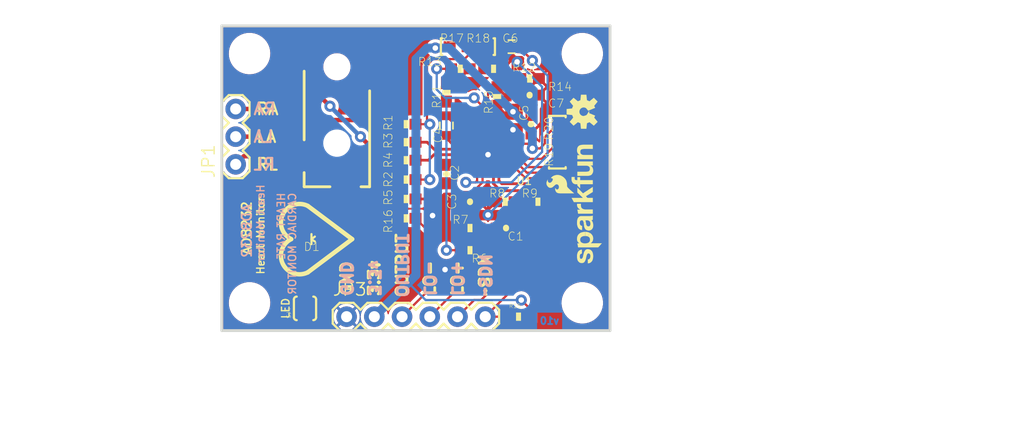
<source format=kicad_pcb>
(kicad_pcb (version 20221018) (generator pcbnew)
  (layers (0 "F.Cu" signal) (31 "B.Cu" signal) (34 "B.Paste" user) (35 "F.Paste" user) (36 "B.SilkS" user "B.Silkscreen") (37 "F.SilkS" user "F.Silkscreen") (38 "B.Mask" user) (39 "F.Mask" user) (44 "Edge.Cuts" user))
  (net 0 "")
  (net 1 "GND")
  (net 2 "N$1")
  (net 3 "N$2")
  (net 4 "N$3")
  (net 5 "N$4")
  (net 6 "N$5")
  (net 7 "N$7")
  (net 8 "SIGNAL_OUT")
  (net 9 "REFOUT")
  (net 10 "LA")
  (net 11 "RA")
  (net 12 "N$13")
  (net 13 "N$14")
  (net 14 "N$16")
  (net 15 "N$17")
  (net 16 "N$9")
  (net 17 "N$18")
  (net 18 "N$8")
  (net 19 "3.3V")
  (net 20 "LO+")
  (net 21 "LO-")
  (net 22 "N$20")
  (net 23 "RL")
  (net 24 "SDN")
  (net 25 "N$6")
  (net 26 "N$10")
  (net 27 "N$11")
  (footprint "working:1X06" (layer "F.Cu") (at 142.1511 117.7036)
    (fp_text reference "JP3" (at -1.3462 -1.8288) (layer "F.SilkS") (effects (font (size 1.143 1.143) (thickness 0.127)) (justify left bottom)))
    (fp_text value "")
    (pad "1" thru_hole circle (at 0 0 90) (size 1.8796 1.8796) (drill 1.016) (layers "*.Cu" "*.Mask") (net 1 "GND"))
    (pad "2" thru_hole circle (at 2.54 0 90) (size 1.8796 1.8796) (drill 1.016) (layers "*.Cu" "*.Mask") (net 19 "3.3V"))
    (pad "3" thru_hole circle (at 5.08 0 90) (size 1.8796 1.8796) (drill 1.016) (layers "*.Cu" "*.Mask") (net 8 "SIGNAL_OUT"))
    (pad "4" thru_hole circle (at 7.62 0 90) (size 1.8796 1.8796) (drill 1.016) (layers "*.Cu" "*.Mask") (net 21 "LO-"))
    (pad "5" thru_hole circle (at 10.16 0 90) (size 1.8796 1.8796) (drill 1.016) (layers "*.Cu" "*.Mask") (net 20 "LO+"))
    (pad "6" thru_hole circle (at 12.7 0 90) (size 1.8796 1.8796) (drill 1.016) (layers "*.Cu" "*.Mask") (net 24 "SDN"))
  )
  (footprint "working:0603-CAP" (layer "F.Cu") (at 156.7561 109.5756 180)
    (fp_text reference "C1" (at -1.651 -0.762) (layer "F.SilkS") (effects (font (size 0.756717 0.756717) (thickness 0.056083)) (justify right)))
    (fp_text value "1.5nF")
    (pad "1" smd rect (at -0.85 0 180) (size 1.1 1) (layers "F.Cu" "F.Paste" "F.Mask") (net 8 "SIGNAL_OUT"))
    (pad "2" smd rect (at 0.85 0 180) (size 1.1 1) (layers "F.Cu" "F.Paste" "F.Mask") (net 16 "N$9"))
  )
  (footprint "working:STAND-OFF" (layer "F.Cu") (at 133.2611 93.5736)
    (fp_text reference "STANDOFF1" hide)
    (fp_text value "STAND-OFF" hide)
    (pad "" np_thru_hole circle (at 0 0) (size 3.302 3.302) (drill 3.302) (layers "*.Cu" "*.Mask"))
  )
  (footprint "working:SFE_LOGO_NAME_FLAME_.1" (layer "F.Cu") (at 165.6461 113.2586 90)
    (fp_text reference "LOGO2" hide)
    (fp_text value "SFE_LOGO_NAME_FLAME.1_INCH" hide)
  )
  (footprint "working:LFCSP_20" (layer "F.Cu") (at 155.1051 102.8446)
    (fp_text reference "U1" (at 2.54 2.413) (layer "F.SilkS") (effects (font (size 0.715264 0.715264) (thickness 0.097536)) (justify left)))
    (fp_text value "AD8232")
    (pad "1" smd rect (at -1.85 -1 270) (size 0.25 0.5) (layers "F.Cu" "F.Paste" "F.Mask") (net 12 "N$13"))
    (pad "2" smd rect (at -1.85 -0.5 270) (size 0.25 0.5) (layers "F.Cu" "F.Paste" "F.Mask") (net 2 "N$1"))
    (pad "3" smd rect (at -1.85 0 270) (size 0.25 0.5) (layers "F.Cu" "F.Paste" "F.Mask") (net 3 "N$2"))
    (pad "4" smd rect (at -1.85 0.5 270) (size 0.25 0.5) (layers "F.Cu" "F.Paste" "F.Mask") (net 15 "N$17"))
    (pad "5" smd rect (at -1.85 1 270) (size 0.25 0.5) (layers "F.Cu" "F.Paste" "F.Mask") (net 17 "N$18"))
    (pad "6" smd rect (at -1 1.85) (size 0.25 0.5) (layers "F.Cu" "F.Paste" "F.Mask") (net 14 "N$16"))
    (pad "7" smd rect (at -0.5 1.85) (size 0.25 0.5) (layers "F.Cu" "F.Paste" "F.Mask") (net 4 "N$3"))
    (pad "8" smd rect (at 0 1.85) (size 0.25 0.5) (layers "F.Cu" "F.Paste" "F.Mask") (net 9 "REFOUT"))
    (pad "9" smd rect (at 0.5 1.85) (size 0.25 0.5) (layers "F.Cu" "F.Paste" "F.Mask") (net 7 "N$7"))
    (pad "10" smd rect (at 1 1.85) (size 0.25 0.5) (layers "F.Cu" "F.Paste" "F.Mask") (net 8 "SIGNAL_OUT"))
    (pad "11" smd rect (at 1.85 1 90) (size 0.25 0.5) (layers "F.Cu" "F.Paste" "F.Mask") (net 21 "LO-"))
    (pad "12" smd rect (at 1.85 0.5 90) (size 0.25 0.5) (layers "F.Cu" "F.Paste" "F.Mask") (net 20 "LO+"))
    (pad "13" smd rect (at 1.85 0 90) (size 0.25 0.5) (layers "F.Cu" "F.Paste" "F.Mask") (net 24 "SDN"))
    (pad "14" smd rect (at 1.85 -0.5 90) (size 0.25 0.5) (layers "F.Cu" "F.Paste" "F.Mask") (net 27 "N$11"))
    (pad "15" smd rect (at 1.85 -1 90) (size 0.25 0.5) (layers "F.Cu" "F.Paste" "F.Mask") (net 19 "3.3V"))
    (pad "16" smd rect (at 1 -1.85 180) (size 0.25 0.5) (layers "F.Cu" "F.Paste" "F.Mask") (net 1 "GND"))
    (pad "17" smd rect (at 0.5 -1.85 180) (size 0.25 0.5) (layers "F.Cu" "F.Paste" "F.Mask") (net 19 "3.3V"))
    (pad "18" smd rect (at 0 -1.85 180) (size 0.25 0.5) (layers "F.Cu" "F.Paste" "F.Mask") (net 6 "N$5"))
    (pad "19" smd rect (at -0.5 -1.85 180) (size 0.25 0.5) (layers "F.Cu" "F.Paste" "F.Mask") (net 18 "N$8"))
    (pad "20" smd rect (at -1 -1.85 180) (size 0.25 0.5) (layers "F.Cu" "F.Paste" "F.Mask") (net 5 "N$4"))
    (pad "PAD" smd roundrect (at 0 0) (size 2.5 2.5) (layers "F.Cu" "F.Mask") (roundrect_rratio 0.05) (net 1 "GND"))
  )
  (footprint "working:CREATIVE_COMMONS" (layer "F.Cu") (at 130.7211 127.8636)
    (fp_text reference "FRAME1" hide)
    (fp_text value "FRAME-LETTER" hide)
  )
  (footprint "working:0603-CAP" (layer "F.Cu") (at 158.9151 97.3836)
    (fp_text reference "C7" (at 1.651 0.762) (layer "F.SilkS") (effects (font (size 0.756717 0.756717) (thickness 0.056083)) (justify left)))
    (fp_text value "0.1uf")
    (pad "1" smd rect (at -0.85 0) (size 1.1 1) (layers "F.Cu" "F.Paste" "F.Mask") (net 6 "N$5"))
    (pad "2" smd rect (at 0.85 0) (size 1.1 1) (layers "F.Cu" "F.Paste" "F.Mask") (net 1 "GND"))
  )
  (footprint "working:0603-RES" (layer "F.Cu") (at 147.6121 105.1306)
    (fp_text reference "R2" (at -1.651 0.762 90) (layer "F.SilkS") (effects (font (size 0.756717 0.756717) (thickness 0.056083)) (justify left)))
    (fp_text value "10M")
    (pad "1" smd rect (at -0.85 0) (size 1.1 1) (layers "F.Cu" "F.Paste" "F.Mask") (net 11 "RA"))
    (pad "2" smd rect (at 0.85 0) (size 1.1 1) (layers "F.Cu" "F.Paste" "F.Mask") (net 22 "N$20"))
  )
  (footprint "working:STAND-OFF" (layer "F.Cu") (at 133.2611 116.4336)
    (fp_text reference "STANDOFF4" hide)
    (fp_text value "STAND-OFF" hide)
    (pad "" np_thru_hole circle (at 0 0) (size 3.302 3.302) (drill 3.302) (layers "*.Cu" "*.Mask"))
  )
  (footprint "working:0603-RES" (layer "F.Cu") (at 152.5651 94.9706)
    (fp_text reference "R13" (at -1.651 -0.635) (layer "F.SilkS") (effects (font (size 0.756717 0.756717) (thickness 0.056083)) (justify right)))
    (fp_text value "10M")
    (pad "1" smd rect (at -0.85 0) (size 1.1 1) (layers "F.Cu" "F.Paste" "F.Mask") (net 18 "N$8"))
    (pad "2" smd rect (at 0.85 0) (size 1.1 1) (layers "F.Cu" "F.Paste" "F.Mask") (net 13 "N$14"))
  )
  (footprint "working:0603-RES" (layer "F.Cu") (at 147.6121 100.0506)
    (fp_text reference "R1" (at -1.651 0.635 90) (layer "F.SilkS") (effects (font (size 0.756717 0.756717) (thickness 0.056083)) (justify left)))
    (fp_text value "10M")
    (pad "1" smd rect (at -0.85 0) (size 1.1 1) (layers "F.Cu" "F.Paste" "F.Mask") (net 10 "LA"))
    (pad "2" smd rect (at 0.85 0) (size 1.1 1) (layers "F.Cu" "F.Paste" "F.Mask") (net 22 "N$20"))
  )
  (footprint "working:0603-RES" (layer "F.Cu") (at 153.4541 111.6076 180)
    (fp_text reference "R6" (at -1.651 -0.762) (layer "F.SilkS") (effects (font (size 0.756717 0.756717) (thickness 0.056083)) (justify right)))
    (fp_text value "1M")
    (pad "1" smd rect (at -0.85 0 180) (size 1.1 1) (layers "F.Cu" "F.Paste" "F.Mask") (net 16 "N$9"))
    (pad "2" smd rect (at 0.85 0 180) (size 1.1 1) (layers "F.Cu" "F.Paste" "F.Mask") (net 18 "N$8"))
  )
  (footprint "working:0603-RES" (layer "F.Cu") (at 158.9151 95.8596 180)
    (fp_text reference "R14" (at -1.651 -0.762) (layer "F.SilkS") (effects (font (size 0.756717 0.756717) (thickness 0.056083)) (justify left)))
    (fp_text value "10M")
    (pad "1" smd rect (at -0.85 0 180) (size 1.1 1) (layers "F.Cu" "F.Paste" "F.Mask") (net 1 "GND"))
    (pad "2" smd rect (at 0.85 0 180) (size 1.1 1) (layers "F.Cu" "F.Paste" "F.Mask") (net 6 "N$5"))
  )
  (footprint "working:FIDUCIAL-1X2" (layer "F.Cu") (at 135.8011 96.1136)
    (fp_text reference "FID1" hide)
    (fp_text value "FIDUCIAL1X2" hide)
    (pad "1" smd roundrect (at 0 0) (size 1 1) (layers "F.Cu" "F.Mask") (roundrect_rratio 0.5))
  )
  (footprint "working:0603-RES" (layer "F.Cu") (at 147.6121 101.7016)
    (fp_text reference "R3" (at -1.651 0.635 90) (layer "F.SilkS") (effects (font (size 0.756717 0.756717) (thickness 0.056083)) (justify left)))
    (fp_text value "180k")
    (pad "1" smd rect (at -0.85 0) (size 1.1 1) (layers "F.Cu" "F.Paste" "F.Mask") (net 10 "LA"))
    (pad "2" smd rect (at 0.85 0) (size 1.1 1) (layers "F.Cu" "F.Paste" "F.Mask") (net 2 "N$1"))
  )
  (footprint "working:SJ_2S-TRACE" (layer "F.Cu") (at 138.3411 116.9416 90)
    (fp_text reference "SJ4" (at -0.9525 -1.27 90) (layer "F.SilkS") (effects (font (size 0.373888 0.373888) (thickness 0.032512)) (justify left bottom)))
    (fp_text value "LED DISABLE")
    (fp_line (start -0.381 0) (end 0.381 0) (stroke (width 0.2032)) (layer "F.Cu"))
    (pad "1" smd rect (at -0.508 0 90) (size 0.635 1.27) (layers "F.Cu" "F.Mask") (net 1 "GND"))
    (pad "2" smd rect (at 0.508 0 90) (size 0.635 1.27) (layers "F.Cu" "F.Mask") (net 26 "N$10"))
  )
  (footprint "working:0603-RES" (layer "F.Cu") (at 153.4541 109.5756 180)
    (fp_text reference "R7" (at 1.651 0.762) (layer "F.SilkS") (effects (font (size 0.756717 0.756717) (thickness 0.056083)) (justify left)))
    (fp_text value "1M")
    (pad "1" smd rect (at -0.85 0 180) (size 1.1 1) (layers "F.Cu" "F.Paste" "F.Mask") (net 16 "N$9"))
    (pad "2" smd rect (at 0.85 0 180) (size 1.1 1) (layers "F.Cu" "F.Paste" "F.Mask") (net 4 "N$3"))
  )
  (footprint "working:0603-RES" (layer "F.Cu") (at 157.8991 117.7036)
    (fp_text reference "R15" (at -0.889 -0.762) (layer "F.SilkS") (effects (font (size 0.373888 0.373888) (thickness 0.032512)) (justify left bottom)))
    (fp_text value "10K")
    (pad "1" smd rect (at -0.85 0) (size 1.1 1) (layers "F.Cu" "F.Paste" "F.Mask") (net 24 "SDN"))
    (pad "2" smd rect (at 0.85 0) (size 1.1 1) (layers "F.Cu" "F.Paste" "F.Mask") (net 19 "3.3V"))
  )
  (footprint "working:0603-RES" (layer "F.Cu") (at 147.6121 106.9086 180)
    (fp_text reference "R5" (at 1.651 -0.635 90) (layer "F.SilkS") (effects (font (size 0.756717 0.756717) (thickness 0.056083)) (justify left)))
    (fp_text value "360k")
    (pad "1" smd rect (at -0.85 0 180) (size 1.1 1) (layers "F.Cu" "F.Paste" "F.Mask") (net 17 "N$18"))
    (pad "2" smd rect (at 0.85 0 180) (size 1.1 1) (layers "F.Cu" "F.Paste" "F.Mask") (net 23 "RL"))
  )
  (footprint "working:0603-RES" (layer "F.Cu") (at 147.6121 103.3526)
    (fp_text reference "R4" (at -1.651 0.762 90) (layer "F.SilkS") (effects (font (size 0.756717 0.756717) (thickness 0.056083)) (justify left)))
    (fp_text value "180k")
    (pad "1" smd rect (at -0.85 0) (size 1.1 1) (layers "F.Cu" "F.Paste" "F.Mask") (net 11 "RA"))
    (pad "2" smd rect (at 0.85 0) (size 1.1 1) (layers "F.Cu" "F.Paste" "F.Mask") (net 3 "N$2"))
  )
  (footprint "working:0603" (layer "F.Cu") (at 154.0891 92.9386)
    (fp_text reference "R18" (at -1.016 -0.762) (layer "F.SilkS") (effects (font (size 0.756717 0.756717) (thickness 0.056083)) (justify left)))
    (fp_text value "DNP")
    (pad "1" smd rect (at -0.85 0) (size 1.1 1) (layers "F.Cu" "F.Paste" "F.Mask") (net 22 "N$20"))
    (pad "2" smd rect (at 0.85 0) (size 1.1 1) (layers "F.Cu" "F.Paste" "F.Mask") (net 14 "N$16"))
  )
  (footprint "working:0603-RES" (layer "F.Cu") (at 156.6926 107.1626 180)
    (fp_text reference "R8" (at 1.524 0.762) (layer "F.SilkS") (effects (font (size 0.756717 0.756717) (thickness 0.056083)) (justify left)))
    (fp_text value "100k")
    (pad "1" smd rect (at -0.85 0 180) (size 1.1 1) (layers "F.Cu" "F.Paste" "F.Mask") (net 7 "N$7"))
    (pad "2" smd rect (at 0.85 0 180) (size 1.1 1) (layers "F.Cu" "F.Paste" "F.Mask") (net 9 "REFOUT"))
  )
  (footprint "working:0805" (layer "F.Cu") (at 151.2951 100.1776 90)
    (fp_text reference "C4" (at -1.651 -0.762 90) (layer "F.SilkS") (effects (font (size 0.756717 0.756717) (thickness 0.056083)) (justify left)))
    (fp_text value "0.33uF")
    (pad "1" smd rect (at -0.9 0 90) (size 0.8 1.2) (layers "F.Cu" "F.Paste" "F.Mask") (net 12 "N$13"))
    (pad "2" smd rect (at 0.9 0 90) (size 0.8 1.2) (layers "F.Cu" "F.Paste" "F.Mask") (net 5 "N$4"))
  )
  (footprint "working:0603-RES" (layer "F.Cu") (at 159.6771 107.1626 180)
    (fp_text reference "R9" (at 1.524 0.762) (layer "F.SilkS") (effects (font (size 0.756717 0.756717) (thickness 0.056083)) (justify left)))
    (fp_text value "1M")
    (pad "1" smd rect (at -0.85 0 180) (size 1.1 1) (layers "F.Cu" "F.Paste" "F.Mask") (net 8 "SIGNAL_OUT"))
    (pad "2" smd rect (at 0.85 0 180) (size 1.1 1) (layers "F.Cu" "F.Paste" "F.Mask") (net 7 "N$7"))
  )
  (footprint "working:LED-0603" (layer "F.Cu") (at 139.1031 110.5916 90)
    (fp_text reference "D1" (at -0.6985 0.635) (layer "F.SilkS") (effects (font (size 0.756717 0.756717) (thickness 0.056083)) (justify right)))
    (fp_text value "RED")
    (pad "A" smd rect (at 0 0.75 90) (size 0.8 0.8) (layers "F.Cu" "F.Paste" "F.Mask") (net 25 "N$6"))
    (pad "C" smd rect (at 0 -0.75 90) (size 0.8 0.8) (layers "F.Cu" "F.Paste" "F.Mask") (net 26 "N$10"))
  )
  (footprint "working:0603-RES" (layer "F.Cu") (at 147.6121 108.6866)
    (fp_text reference "R16" (at -1.651 1.397 90) (layer "F.SilkS") (effects (font (size 0.756717 0.756717) (thickness 0.056083)) (justify left)))
    (fp_text value "1k")
    (pad "1" smd rect (at -0.85 0) (size 1.1 1) (layers "F.Cu" "F.Paste" "F.Mask") (net 25 "N$6"))
    (pad "2" smd rect (at 0.85 0) (size 1.1 1) (layers "F.Cu" "F.Paste" "F.Mask") (net 8 "SIGNAL_OUT"))
  )
  (footprint "working:0603-RES" (layer "F.Cu") (at 151.2951 97.1296 90)
    (fp_text reference "R11" (at -1.524 -0.889 90) (layer "F.SilkS") (effects (font (size 0.756717 0.756717) (thickness 0.056083)) (justify left)))
    (fp_text value "10M")
    (pad "1" smd rect (at -0.85 0 90) (size 1.1 1) (layers "F.Cu" "F.Paste" "F.Mask") (net 5 "N$4"))
    (pad "2" smd rect (at 0.85 0 90) (size 1.1 1) (layers "F.Cu" "F.Paste" "F.Mask") (net 13 "N$14"))
  )
  (footprint "working:0805" (layer "F.Cu") (at 157.2641 92.9386)
    (fp_text reference "C6" (at -0.889 -0.762) (layer "F.SilkS") (effects (font (size 0.756717 0.756717) (thickness 0.056083)) (justify left)))
    (fp_text value "0.33uF")
    (pad "1" smd rect (at -0.9 0) (size 0.8 1.2) (layers "F.Cu" "F.Paste" "F.Mask") (net 14 "N$16"))
    (pad "2" smd rect (at 0.9 0) (size 0.8 1.2) (layers "F.Cu" "F.Paste" "F.Mask") (net 9 "REFOUT"))
  )
  (footprint "working:0603-CAP" (layer "F.Cu") (at 153.4541 107.1626 180)
    (fp_text reference "C3" (at 1.651 -0.762 90) (layer "F.SilkS") (effects (font (size 0.756717 0.756717) (thickness 0.056083)) (justify left)))
    (fp_text value "10nF")
    (pad "1" smd rect (at -0.85 0 180) (size 1.1 1) (layers "F.Cu" "F.Paste" "F.Mask") (net 9 "REFOUT"))
    (pad "2" smd rect (at 0.85 0 180) (size 1.1 1) (layers "F.Cu" "F.Paste" "F.Mask") (net 4 "N$3"))
  )
  (footprint "working:OSHW-LOGO-S" (layer "F.Cu") (at 163.8681 98.9076 90)
    (fp_text reference "LOGO1" hide)
    (fp_text value "OSHW-LOGOS" hide)
  )
  (footprint "working:0603-RES" (layer "F.Cu") (at 155.9306 97.5106 90)
    (fp_text reference "R10" (at -1.651 -0.762 90) (layer "F.SilkS") (effects (font (size 0.756717 0.756717) (thickness 0.056083)) (justify left)))
    (fp_text value "10M")
    (pad "1" smd rect (at -0.85 0 90) (size 1.1 1) (layers "F.Cu" "F.Paste" "F.Mask") (net 19 "3.3V"))
    (pad "2" smd rect (at 0.85 0 90) (size 1.1 1) (layers "F.Cu" "F.Paste" "F.Mask") (net 6 "N$5"))
  )
  (footprint "working:0603-CAP" (layer "F.Cu") (at 159.0421 100.0506 -90)
    (fp_text reference "C5" (at -0.254 0.635 90) (layer "F.SilkS") (effects (font (size 0.756717 0.756717) (thickness 0.056083)) (justify left)))
    (fp_text value "0.1uF")
    (pad "1" smd rect (at -0.85 0 270) (size 1.1 1) (layers "F.Cu" "F.Paste" "F.Mask") (net 19 "3.3V"))
    (pad "2" smd rect (at 0.85 0 270) (size 1.1 1) (layers "F.Cu" "F.Paste" "F.Mask") (net 1 "GND"))
  )
  (footprint "working:AUDIO-JACK-3.5MM-SMD" (layer "F.Cu") (at 141.2621 91.2876 -90)
    (fp_text reference "JP2" hide)
    (fp_text value "" hide)
    (pad "" np_thru_hole circle (at 3.5 0 270) (size 2 2) (drill 2) (layers "*.Cu" "*.Mask"))
    (pad "" np_thru_hole circle (at 10.5 0 270) (size 2 2) (drill 2) (layers "*.Cu" "*.Mask"))
    (pad "RING" smd rect (at 4.3 -3.45 270) (size 2 2.5) (layers "F.Cu" "F.Paste" "F.Mask") (net 10 "LA"))
    (pad "RSH" smd rect (at 1.5 -3.45 90) (size 1.2 2.5) (layers "F.Cu" "F.Paste" "F.Mask"))
    (pad "SLEEVE" smd rect (at 2.4 3.45 270) (size 2 2.5) (layers "F.Cu" "F.Paste" "F.Mask") (net 11 "RA"))
    (pad "TIP" smd rect (at 11.7 3.45 270) (size 2 2.5) (layers "F.Cu" "F.Paste" "F.Mask") (net 23 "RL"))
    (pad "TSH" smd rect (at 15.75 -0.75) (size 2 2.5) (layers "F.Cu" "F.Paste" "F.Mask"))
  )
  (footprint "working:0603-RES" (layer "F.Cu") (at 155.6131 94.9706)
    (fp_text reference "R12" (at 1.651 -0.127) (layer "F.SilkS") (effects (font (size 0.756717 0.756717) (thickness 0.056083)) (justify left)))
    (fp_text value "1.4M")
    (pad "1" smd rect (at -0.85 0) (size 1.1 1) (layers "F.Cu" "F.Paste" "F.Mask") (net 13 "N$14"))
    (pad "2" smd rect (at 0.85 0) (size 1.1 1) (layers "F.Cu" "F.Paste" "F.Mask") (net 14 "N$16"))
  )
  (footprint "working:0603" (layer "F.Cu") (at 152.4381 92.9386)
    (fp_text reference "R17" (at -1.778 -0.762) (layer "F.SilkS") (effects (font (size 0.756717 0.756717) (thickness 0.056083)) (justify left)))
    (fp_text value "0")
    (pad "1" smd rect (at -0.85 0) (size 1.1 1) (layers "F.Cu" "F.Paste" "F.Mask") (net 19 "3.3V"))
    (pad "2" smd rect (at 0.85 0) (size 1.1 1) (layers "F.Cu" "F.Paste" "F.Mask") (net 22 "N$20"))
  )
  (footprint "working:STAND-OFF" (layer "F.Cu") (at 163.7411 116.4336)
    (fp_text reference "STANDOFF3" hide)
    (fp_text value "STAND-OFF" hide)
    (pad "" np_thru_hole circle (at 0 0) (size 3.302 3.302) (drill 3.302) (layers "*.Cu" "*.Mask"))
  )
  (footprint "working:0603-CAP" (layer "F.Cu") (at 151.2951 104.6226 -90)
    (fp_text reference "C2" (at -0.889 -0.762 90) (layer "F.SilkS") (effects (font (size 0.756717 0.756717) (thickness 0.056083)) (justify right)))
    (fp_text value "1nF")
    (pad "1" smd rect (at -0.85 0 270) (size 1.1 1) (layers "F.Cu" "F.Paste" "F.Mask") (net 15 "N$17"))
    (pad "2" smd rect (at 0.85 0 270) (size 1.1 1) (layers "F.Cu" "F.Paste" "F.Mask") (net 17 "N$18"))
  )
  (footprint "working:0603" (layer "F.Cu") (at 161.4551 102.4636 90)
    (fp_text reference "R19" (at -1.524 -0.762 90) (layer "F.SilkS") (effects (font (size 0.756717 0.756717) (thickness 0.056083)) (justify left)))
    (fp_text value "0")
    (pad "1" smd rect (at -0.85 0 90) (size 1.1 1) (layers "F.Cu" "F.Paste" "F.Mask") (net 1 "GND"))
    (pad "2" smd rect (at 0.85 0 90) (size 1.1 1) (layers "F.Cu" "F.Paste" "F.Mask") (net 27 "N$11"))
  )
  (footprint "working:FIDUCIAL-1X2" (layer "F.Cu") (at 161.2011 113.8936)
    (fp_text reference "FID2" hide)
    (fp_text value "FIDUCIAL1X2" hide)
    (pad "1" smd roundrect (at 0 0) (size 1 1) (layers "F.Cu" "F.Mask") (roundrect_rratio 0.5))
  )
  (footprint "working:1X03" (layer "F.Cu") (at 131.9911 103.7336 90)
    (fp_text reference "JP1" (at -1.3462 -1.8288 90) (layer "F.SilkS") (effects (font (size 1.143 1.143) (thickness 0.127)) (justify left bottom)))
    (fp_text value "")
    (pad "1" thru_hole circle (at 0 0 180) (size 1.8796 1.8796) (drill 1.016) (layers "*.Cu" "*.Mask") (net 23 "RL"))
    (pad "2" thru_hole circle (at 2.54 0 180) (size 1.8796 1.8796) (drill 1.016) (layers "*.Cu" "*.Mask") (net 10 "LA"))
    (pad "3" thru_hole circle (at 5.08 0 180) (size 1.8796 1.8796) (drill 1.016) (layers "*.Cu" "*.Mask") (net 11 "RA"))
  )
  (footprint "working:0603" (layer "F.Cu") (at 161.4551 100.9396 90)
    (fp_text reference "R20" (at -0.635 -0.762 90) (layer "F.SilkS") (effects (font (size 0.756717 0.756717) (thickness 0.056083)) (justify left)))
    (fp_text value "DNP")
    (pad "1" smd rect (at -0.85 0 90) (size 1.1 1) (layers "F.Cu" "F.Paste" "F.Mask") (net 27 "N$11"))
    (pad "2" smd rect (at 0.85 0 90) (size 1.1 1) (layers "F.Cu" "F.Paste" "F.Mask") (net 19 "3.3V"))
  )
  (footprint "working:STAND-OFF" (layer "F.Cu") (at 163.7411 93.5736)
    (fp_text reference "STANDOFF2" hide)
    (fp_text value "STAND-OFF" hide)
    (pad "" np_thru_hole circle (at 0 0) (size 3.302 3.302) (drill 3.302) (layers "*.Cu" "*.Mask"))
  )
  (gr_line (start 160.6931 99.2886) (end 162.2171 99.2886) (stroke (width 0.2032)) (layer "F.SilkS"))
  (gr_line (start 150.7871 93.7006) (end 150.9141 93.7006) (stroke (width 0.2032)) (layer "F.SilkS"))
  (gr_line (start 150.7871 92.1766) (end 150.9141 92.1766) (stroke (width 0.2032)) (layer "F.SilkS"))
  (gr_line (start 162.2171 99.2886) (end 162.2171 99.4156) (stroke (width 0.2032)) (layer "F.SilkS"))
  (gr_line (start 142.6591 110.5916) (end 138.5951 107.5436) (stroke (width 0.4064)) (layer "F.SilkS"))
  (gr_line (start 138.5951 113.6396) (end 142.6591 110.5916) (stroke (width 0.4064)) (layer "F.SilkS"))
  (gr_line (start 160.6931 99.4156) (end 160.6931 99.2886) (stroke (width 0.2032)) (layer "F.SilkS"))
  (gr_line (start 155.7401 92.1766) (end 155.7401 93.7006) (stroke (width 0.2032)) (layer "F.SilkS"))
  (gr_line (start 155.6131 92.1766) (end 155.7401 92.1766) (stroke (width 0.2032)) (layer "F.SilkS"))
  (gr_line (start 160.6931 104.1146) (end 160.6931 103.9876) (stroke (width 0.2032)) (layer "F.SilkS"))
  (gr_line (start 150.7871 92.1766) (end 150.7871 93.7006) (stroke (width 0.2032)) (layer "F.SilkS"))
  (gr_arc (start 138.5951 113.6396) (mid 136.3091 112.8776) (end 137.0711 110.5916) (stroke (width 0.4064)) (layer "F.SilkS"))
  (gr_arc (start 137.0711 110.5916) (mid 136.3091 108.3056) (end 138.5951 107.5436) (stroke (width 0.4064)) (layer "F.SilkS"))
  (gr_line (start 155.7401 93.7006) (end 155.6131 93.7006) (stroke (width 0.2032)) (layer "F.SilkS"))
  (gr_line (start 162.2171 103.9876) (end 162.2171 104.1146) (stroke (width 0.2032)) (layer "F.SilkS"))
  (gr_line (start 162.2171 104.1146) (end 160.6931 104.1146) (stroke (width 0.2032)) (layer "F.SilkS"))
  (gr_line (start 130.7211 118.9736) (end 166.2811 118.9736) (stroke (width 0.254)) (layer "Edge.Cuts"))
  (gr_line (start 130.7211 91.0336) (end 130.7211 118.9736) (stroke (width 0.254)) (layer "Edge.Cuts"))
  (gr_line (start 166.2811 91.0336) (end 130.7211 91.0336) (stroke (width 0.254)) (layer "Edge.Cuts"))
  (gr_line (start 166.2811 118.9736) (end 166.2811 91.0336) (stroke (width 0.254)) (layer "Edge.Cuts"))
  (gr_text "v10" (at 161.7091 118.0846) (layer "B.Cu") (effects (font (size 0.65024 0.65024) (thickness 0.16256)) (justify left mirror)))
  (gr_text "RA" (at 133.5151 98.6536) (layer "B.SilkS") (effects (font (size 1.0795 1.0795) (thickness 0.1905)) (justify right mirror)))
  (gr_text "HEART RATE" (at 136.5631 106.2736 -270) (layer "B.SilkS") (effects (font (size 0.69088 0.69088) (thickness 0.12192)) (justify left bottom mirror)))
  (gr_text "GND" (at 142.1511 115.9256 -90) (layer "B.SilkS") (effects (font (size 1.016 1.016) (thickness 0.254)) (justify left mirror)))
  (gr_text "LO-" (at 149.7711 115.9256 -90) (layer "B.SilkS") (effects (font (size 1.016 1.016) (thickness 0.254)) (justify left mirror)))
  (gr_text "Heart Monitor" (at 134.2771 105.5116 -270) (layer "B.SilkS") (effects (font (size 0.69088 0.69088) (thickness 0.12192)) (justify left mirror)))
  (gr_text "3.3v" (at 144.6911 115.9256 -90) (layer "B.SilkS") (effects (font (size 1.016 1.016) (thickness 0.254)) (justify left mirror)))
  (gr_text "OUTPUT" (at 147.2311 116.0526 -90) (layer "B.SilkS") (effects (font (size 1.016 1.016) (thickness 0.254)) (justify left mirror)))
  (gr_text "~SDN" (at 154.8511 115.9256 -90) (layer "B.SilkS") (effects (font (size 1.016 1.016) (thickness 0.254)) (justify left mirror)))
  (gr_text "RL" (at 133.5151 103.7336) (layer "B.SilkS") (effects (font (size 1.0795 1.0795) (thickness 0.1905)) (justify right mirror)))
  (gr_text "LA" (at 133.5151 101.1936) (layer "B.SilkS") (effects (font (size 1.0795 1.0795) (thickness 0.1905)) (justify right mirror)))
  (gr_text "CARDIAC MONITOR" (at 137.5791 106.2736 -270) (layer "B.SilkS") (effects (font (size 0.69088 0.69088) (thickness 0.12192)) (justify left bottom mirror)))
  (gr_text "AD8232" (at 133.5151 107.2896 -270) (layer "B.SilkS") (effects (font (size 0.8636 0.8636) (thickness 0.1524)) (justify left bottom mirror)))
  (gr_text "LO+" (at 152.3111 115.9256 -90) (layer "B.SilkS") (effects (font (size 1.016 1.016) (thickness 0.254)) (justify left mirror)))
  (gr_text "GND" (at 142.1511 115.9256 90) (layer "F.SilkS") (effects (font (size 1.016 1.016) (thickness 0.254)) (justify left)))
  (gr_text "AD8232" (at 132.4991 107.0356 90) (layer "F.SilkS") (effects (font (size 0.8636 0.8636) (thickness 0.1524)) (justify right top)))
  (gr_text "OUTPUT" (at 147.2311 116.0526 90) (layer "F.SilkS") (effects (font (size 1.016 1.016) (thickness 0.254)) (justify left)))
  (gr_text "~SDN" (at 154.8511 115.9256 90) (layer "F.SilkS") (effects (font (size 1.016 1.016) (thickness 0.254)) (justify left)))
  (gr_text "LO-" (at 149.7711 115.9256 90) (layer "F.SilkS") (effects (font (size 1.016 1.016) (thickness 0.254)) (justify left)))
  (gr_text "RA" (at 133.7691 98.6536) (layer "F.SilkS") (effects (font (size 1.0795 1.0795) (thickness 0.1905)) (justify left)))
  (gr_text "LED" (at 136.5631 117.9576 90) (layer "F.SilkS") (effects (font (size 0.69088 0.69088) (thickness 0.12192)) (justify left)))
  (gr_text "RL" (at 133.7691 103.7336) (layer "F.SilkS") (effects (font (size 1.0795 1.0795) (thickness 0.1905)) (justify left)))
  (gr_text "3.3v" (at 144.6911 115.9256 90) (layer "F.SilkS") (effects (font (size 1.016 1.016) (thickness 0.254)) (justify left)))
  (gr_text "LA" (at 133.7691 101.1936) (layer "F.SilkS") (effects (font (size 1.0795 1.0795) (thickness 0.1905)) (justify left)))
  (gr_text "LO+" (at 152.3111 115.9256 90) (layer "F.SilkS") (effects (font (size 1.016 1.016) (thickness 0.254)) (justify left)))
  (gr_text "Heart Monitor" (at 134.2771 113.8936 90) (layer "F.SilkS") (effects (font (size 0.69088 0.69088) (thickness 0.12192)) (justify left)))
  (segment (start 155.6051 102.3446) (end 155.1051 102.8446) (width 0.2032) (layer "F.Cu") (net 1))
  (segment (start 156.1051 101.8446) (end 155.1051 102.8446) (width 0.2032) (layer "F.Cu") (net 1))
  (segment (start 156.1051 100.9946) (end 156.1051 101.8446) (width 0.2032) (layer "F.Cu") (net 1))
  (via (at 157.3911 100.5586) (size 1.016) (drill 0.508) (layers "F.Cu" "B.Cu") (net 1))
  (via (at 155.1051 102.8446) (size 1.016) (drill 0.508) (layers "F.Cu" "B.Cu") (net 1))
  (via (at 151.1681 113.3856) (size 1.016) (drill 0.508) (layers "F.Cu" "B.Cu") (net 1))
  (via (at 150.0251 108.4326) (size 1.016) (drill 0.508) (layers "F.Cu" "B.Cu") (net 1))
  (segment (start 150.1601 102.3446) (end 149.5171 101.7016) (width 0.254) (layer "F.Cu") (net 2))
  (segment (start 149.5171 101.7016) (end 148.4621 101.7016) (width 0.254) (layer "F.Cu") (net 2))
  (segment (start 153.2551 102.3446) (end 150.1601 102.3446) (width 0.254) (layer "F.Cu") (net 2))
  (segment (start 150.1521 102.8446) (end 149.6441 103.3526) (width 0.254) (layer "F.Cu") (net 3))
  (segment (start 153.2551 102.8446) (end 150.1521 102.8446) (width 0.254) (layer "F.Cu") (net 3))
  (segment (start 149.6441 103.3526) (end 148.4621 103.3526) (width 0.254) (layer "F.Cu") (net 3))
  (segment (start 152.6041 107.1626) (end 152.6041 106.4886) (width 0.2032) (layer "F.Cu") (net 4))
  (segment (start 153.7081 106.2736) (end 152.8191 106.2736) (width 0.2032) (layer "F.Cu") (net 4))
  (segment (start 154.6051 105.3766) (end 153.7081 106.2736) (width 0.2032) (layer "F.Cu") (net 4))
  (segment (start 154.6051 104.6946) (end 154.6051 105.3766) (width 0.2032) (layer "F.Cu") (net 4))
  (segment (start 152.8191 106.2736) (end 152.6041 106.4886) (width 0.2032) (layer "F.Cu") (net 4))
  (segment (start 155.1931 96.6606) (end 155.9306 96.6606) (width 0.2032) (layer "F.Cu") (net 6))
  (segment (start 155.1051 96.7486) (end 155.1931 96.6606) (width 0.2032) (layer "F.Cu") (net 6))
  (segment (start 155.1051 100.9946) (end 155.1051 96.7486) (width 0.2032) (layer "F.Cu") (net 6))
  (segment (start 158.8271 107.1626) (end 158.1531 107.1626) (width 0.254) (layer "F.Cu") (net 7))
  (segment (start 157.8991 106.1466) (end 158.1531 106.4006) (width 0.254) (layer "F.Cu") (net 7))
  (segment (start 155.6051 104.6946) (end 155.6051 105.5036) (width 0.254) (layer "F.Cu") (net 7))
  (segment (start 157.5426 107.1626) (end 158.1531 107.1626) (width 0.254) (layer "F.Cu") (net 7))
  (segment (start 156.2481 106.1466) (end 157.8991 106.1466) (width 0.254) (layer "F.Cu") (net 7))
  (segment (start 155.6051 105.5036) (end 156.2481 106.1466) (width 0.254) (layer "F.Cu") (net 7))
  (segment (start 158.1531 106.4006) (end 158.1531 107.1626) (width 0.254) (layer "F.Cu") (net 7))
  (segment (start 156.1051 104.6946) (end 156.1051 105.2416) (width 0.254) (layer "F.Cu") (net 8))
  (segment (start 150.0251 110.2496) (end 150.0251 115.1636) (width 0.2032) (layer "F.Cu") (net 8))
  (segment (start 157.6061 111.1386) (end 153.5811 115.1636) (width 0.2032) (layer "F.Cu") (net 8))
  (segment (start 157.6061 109.5756) (end 159.0421 109.5756) (width 0.254) (layer "F.Cu") (net 8))
  (segment (start 159.9311 105.5116) (end 160.5271 106.1076) (width 0.254) (layer "F.Cu") (net 8))
  (segment (start 148.4621 108.6866) (end 150.0251 110.2496) (width 0.2032) (layer "F.Cu") (net 8))
  (segment (start 156.1051 105.2416) (end 156.3751 105.5116) (width 0.254) (layer "F.Cu") (net 8))
  (segment (start 156.3751 105.5116) (end 159.9311 105.5116) (width 0.254) (layer "F.Cu") (net 8))
  (segment (start 160.5271 107.1626) (end 160.5271 108.0906) (width 0.254) (layer "F.Cu") (net 8))
  (segment (start 159.0421 109.5756) (end 160.5271 108.0906) (width 0.254) (layer "F.Cu") (net 8))
  (segment (start 150.0251 115.1636) (end 149.7711 115.1636) (width 0.2032) (layer "F.Cu") (net 8))
  (segment (start 160.5271 107.1626) (end 160.5271 106.1076) (width 0.254) (layer "F.Cu") (net 8))
  (segment (start 149.7711 115.1636) (end 147.2311 117.7036) (width 0.2032) (layer "F.Cu") (net 8))
  (segment (start 153.5811 115.1636) (end 150.0251 115.1636) (width 0.2032) (layer "F.Cu") (net 8))
  (segment (start 157.6061 109.5756) (end 157.6061 111.1386) (width 0.2032) (layer "F.Cu") (net 8))
  (segment (start 155.1051 108.3691) (end 155.1051 107.1626) (width 0.2032) (layer "F.Cu") (net 9))
  (segment (start 158.1531 93.1926) (end 159.1691 94.2086) (width 0.2032) (layer "F.Cu") (net 9))
  (segment (start 155.8426 107.1626) (end 155.8671 107.0356) (width 0.254) (layer "F.Cu") (net 9))
  (segment (start 158.1641 92.9386) (end 158.1531 93.1926) (width 0.2032) (layer "F.Cu") (net 9))
  (via (at 159.1691 94.2086) (size 1.016) (drill 0.508) (layers "F.Cu" "B.Cu") (net 9))
  (via (at 155.1051 108.3691) (size 1.016) (drill 0.508) (layers "F.Cu" "B.Cu") (net 9))
  (segment (start 159.1691 94.2086) (end 160.5661 95.6056) (width 0.2032) (layer "B.Cu") (net 9))
  (segment (start 160.5661 102.9081) (end 155.1051 108.3691) (width 0.2032) (layer "B.Cu") (net 9))
  (segment (start 160.5661 95.6056) (end 160.5661 102.9081) (width 0.2032) (layer "B.Cu") (net 9))
  (segment (start 146.7621 100.0506) (end 145.8341 100.0506) (width 0.4064) (layer "F.Cu") (net 10))
  (segment (start 144.7121 95.5876) (end 144.7121 98.9286) (width 0.4064) (layer "F.Cu") (net 10))
  (segment (start 140.6271 99.6696) (end 144.6911 99.6696) (width 0.4064) (layer "F.Cu") (net 10))
  (segment (start 131.9911 101.1936) (end 139.1031 101.1936) (width 0.4064) (layer "F.Cu") (net 10))
  (segment (start 139.1031 101.1936) (end 140.6271 99.6696) (width 0.4064) (layer "F.Cu") (net 10))
  (segment (start 145.8341 100.0506) (end 145.0721 99.2886) (width 0.4064) (layer "F.Cu") (net 10))
  (segment (start 145.0721 99.2886) (end 144.7121 98.9286) (width 0.4064) (layer "F.Cu") (net 10))
  (segment (start 146.7621 100.0506) (end 146.7621 101.7016) (width 0.254) (layer "F.Cu") (net 10))
  (segment (start 144.6911 99.6696) (end 145.0721 99.2886) (width 0.4064) (layer "F.Cu") (net 10))
  (segment (start 139.4841 97.2566) (end 137.8121 95.5846) (width 0.4064) (layer "F.Cu") (net 11))
  (segment (start 145.5801 103.3526) (end 143.4211 101.1936) (width 0.4064) (layer "F.Cu") (net 11))
  (segment (start 140.6271 98.3996) (end 139.4841 97.2566) (width 0.4064) (layer "F.Cu") (net 11))
  (segment (start 146.7621 103.3526) (end 146.7621 105.1306) (width 0.254) (layer "F.Cu") (net 11))
  (segment (start 138.0871 98.6536) (end 139.4841 97.2566) (width 0.4064) (layer "F.Cu") (net 11))
  (segment (start 137.8121 95.5846) (end 137.8121 93.6876) (width 0.4064) (layer "F.Cu") (net 11))
  (segment (start 131.9911 98.6536) (end 138.0871 98.6536) (width 0.4064) (layer "F.Cu") (net 11))
  (segment (start 146.7621 103.3526) (end 145.5801 103.3526) (width 0.4064) (layer "F.Cu") (net 11))
  (via (at 143.4211 101.1936) (size 1.016) (drill 0.508) (layers "F.Cu" "B.Cu") (net 11))
  (via (at 140.6271 98.3996) (size 1.016) (drill 0.508) (layers "F.Cu" "B.Cu") (net 11))
  (segment (start 143.4211 101.1936) (end 140.6271 98.3996) (width 0.4064) (layer "B.Cu") (net 11))
  (segment (start 153.2551 101.8446) (end 151.8191 101.8446) (width 0.254) (layer "F.Cu") (net 12))
  (segment (start 151.2951 101.3206) (end 151.2951 101.0776) (width 0.254) (layer "F.Cu") (net 12))
  (segment (start 151.8191 101.8446) (end 151.2951 101.3206) (width 0.254) (layer "F.Cu") (net 12))
  (segment (start 156.5021 94.9706) (end 156.4631 94.9706) (width 0.2032) (layer "F.Cu") (net 14))
  (segment (start 153.9621 105.3846) (end 153.0731 105.3846) (width 0.2032) (layer "F.Cu") (net 14))
  (segment (start 154.1051 105.2416) (end 153.9621 105.3846) (width 0.2032) (layer "F.Cu") (net 14))
  (segment (start 154.1051 104.6946) (end 154.1051 105.2416) (width 0.2032) (layer "F.Cu") (net 14))
  (via (at 157.7721 94.3356) (size 1.016) (drill 0.508) (layers "F.Cu" "B.Cu") (net 14))
  (via (at 153.0731 105.3846) (size 1.016) (drill 0.508) (layers "F.Cu" "B.Cu") (net 14))
  (segment (start 160.0581 102.5906) (end 160.0581 96.6216) (width 0.2032) (layer "B.Cu") (net 14))
  (segment (start 157.2641 105.3846) (end 160.0581 102.5906) (width 0.2032) (layer "B.Cu") (net 14))
  (segment (start 160.0581 96.6216) (end 157.7721 94.3356) (width 0.2032) (layer "B.Cu") (net 14))
  (segment (start 157.2641 105.3846) (end 153.0731 105.3846) (width 0.2032) (layer "B.Cu") (net 14))
  (segment (start 152.0571 103.7336) (end 151.2951 103.7336) (width 0.2032) (layer "F.Cu") (net 15))
  (segment (start 153.2551 103.3446) (end 152.4461 103.3446) (width 0.2032) (layer "F.Cu") (net 15))
  (segment (start 151.2951 103.7726) (end 151.2951 103.7336) (width 0.2032) (layer "F.Cu") (net 15))
  (segment (start 152.4461 103.3446) (end 152.0571 103.7336) (width 0.2032) (layer "F.Cu") (net 15))
  (segment (start 152.1841 105.2576) (end 152.1841 104.2416) (width 0.2032) (layer "F.Cu") (net 17))
  (segment (start 151.2951 105.4726) (end 149.8591 106.9086) (width 0.254) (layer "F.Cu") (net 17))
  (segment (start 153.2551 103.8446) (end 152.5811 103.8446) (width 0.2032) (layer "F.Cu") (net 17))
  (segment (start 151.2951 105.4726) (end 151.9691 105.4726) (width 0.2032) (layer "F.Cu") (net 17))
  (segment (start 149.8591 106.9086) (end 148.5011 106.9086) (width 0.254) (layer "F.Cu") (net 17))
  (segment (start 151.9691 105.4726) (end 152.1841 105.2576) (width 0.2032) (layer "F.Cu") (net 17))
  (segment (start 148.4621 106.9086) (end 148.5011 106.9086) (width 0.2032) (layer "F.Cu") (net 17))
  (segment (start 152.1841 104.2416) (end 152.5811 103.8446) (width 0.2032) (layer "F.Cu") (net 17))
  (segment (start 152.6041 111.6076) (end 151.2951 111.6076) (width 0.2032) (layer "F.Cu") (net 18))
  (segment (start 151.7151 94.9706) (end 150.4061 94.9706) (width 0.2032) (layer "F.Cu") (net 18))
  (segment (start 154.6051 100.9946) (end 154.6051 98.4076) (width 0.2032) (layer "F.Cu") (net 18))
  (segment (start 154.6051 98.4076) (end 153.8351 97.6376) (width 0.2032) (layer "F.Cu") (net 18))
  (via (at 153.8351 97.6376) (size 1.016) (drill 0.508) (layers "F.Cu" "B.Cu") (net 18))
  (via (at 151.2951 111.6076) (size 1.016) (drill 0.508) (layers "F.Cu" "B.Cu") (net 18))
  (via (at 150.4061 94.9706) (size 1.016) (drill 0.508) (layers "F.Cu" "B.Cu") (net 18))
  (segment (start 150.4061 94.9706) (end 150.4061 96.8756) (width 0.2032) (layer "B.Cu") (net 18))
  (segment (start 153.8351 97.6376) (end 152.9461 97.6376) (width 0.2032) (layer "B.Cu") (net 18))
  (segment (start 151.2951 97.6376) (end 153.8351 97.6376) (width 0.2032) (layer "B.Cu") (net 18))
  (segment (start 150.4061 96.8756) (end 151.1681 97.6376) (width 0.2032) (layer "B.Cu") (net 18))
  (segment (start 151.1681 97.6376) (end 151.2951 97.6376) (width 0.2032) (layer "B.Cu") (net 18))
  (segment (start 151.2951 111.6076) (end 151.2951 97.6376) (width 0.2032) (layer "B.Cu") (net 18))
  (segment (start 158.7406 101.8446) (end 159.1691 102.2731) (width 0.2032) (layer "F.Cu") (net 19))
  (segment (start 156.9551 101.8446) (end 158.7406 101.8446) (width 0.2032) (layer "F.Cu") (net 19))
  (segment (start 159.1691 102.2731) (end 159.8676 102.2731) (width 0.2032) (layer "F.Cu") (net 19))
  (segment (start 150.4061 92.9386) (end 150.2791 93.0656) (width 0.2032) (layer "F.Cu") (net 19))
  (segment (start 158.7491 116.7756) (end 158.1531 116.1796) (width 0.2032) (layer "F.Cu") (net 19))
  (segment (start 160.3121 101.2326) (end 161.4551 100.0896) (width 0.2032) (layer "F.Cu") (net 19))
  (segment (start 151.5881 92.9386) (end 150.4061 92.9386) (width 0.2032) (layer "F.Cu") (net 19))
  (segment (start 158.7491 117.7036) (end 158.7491 116.7756) (width 0.2032) (layer "F.Cu") (net 19))
  (segment (start 160.3121 101.8286) (end 160.3121 101.2326) (width 0.2032) (layer "F.Cu") (net 19))
  (segment (start 159.8676 102.2731) (end 160.3121 101.8286) (width 0.2032) (layer "F.Cu") (net 19))
  (via (at 157.3911 98.9076) (size 1.016) (drill 0.508) (layers "F.Cu" "B.Cu") (net 19))
  (via (at 158.1531 116.1796) (size 1.016) (drill 0.508) (layers "F.Cu" "B.Cu") (net 19))
  (via (at 150.2791 93.0656) (size 1.016) (drill 0.508) (layers "F.Cu" "B.Cu") (net 19))
  (via (at 159.1691 102.2731) (size 1.016) (drill 0.508) (layers "F.Cu" "B.Cu") (net 19))
  (segment (start 148.5011 113.8936) (end 147.8026 114.5921) (width 0.8128) (layer "B.Cu") (net 19))
  (segment (start 158.1531 116.1796) (end 149.3901 116.1796) (width 0.2032) (layer "B.Cu") (net 19))
  (segment (start 151.5491 93.0656) (end 157.3911 98.9076) (width 0.8128) (layer "B.Cu") (net 19))
  (segment (start 159.1691 100.6856) (end 159.1691 102.2731) (width 0.8128) (layer "B.Cu") (net 19))
  (segment (start 151.5491 93.0656) (end 150.2791 93.0656) (width 0.8128) (layer "B.Cu") (net 19))
  (segment (start 148.5011 94.0816) (end 148.5011 113.8936) (width 0.8128) (layer "B.Cu") (net 19))
  (segment (start 149.3901 116.1796) (end 147.8026 114.5921) (width 0.2032) (layer "B.Cu") (net 19))
  (segment (start 147.8026 114.5921) (end 144.6911 117.7036) (width 0.8128) (layer "B.Cu") (net 19))
  (segment (start 150.2791 93.0656) (end 149.5171 93.0656) (width 0.8128) (layer "B.Cu") (net 19))
  (segment (start 148.5011 94.0816) (end 149.5171 93.0656) (width 0.8128) (layer "B.Cu") (net 19))
  (segment (start 157.3911 98.9076) (end 159.1691 100.6856) (width 0.8128) (layer "B.Cu") (net 19))
  (segment (start 158.6611 104.4956) (end 160.3121 104.4956) (width 0.2032) (layer "F.Cu") (net 20))
  (segment (start 153.8351 116.1796) (end 152.3111 117.7036) (width 0.2032) (layer "F.Cu") (net 20))
  (segment (start 161.9631 108.6866) (end 154.4701 116.1796) (width 0.2032) (layer "F.Cu") (net 20))
  (segment (start 154.4701 116.1796) (end 153.8351 116.1796) (width 0.2032) (layer "F.Cu") (net 20))
  (segment (start 157.5101 103.3446) (end 158.6611 104.4956) (width 0.2032) (layer "F.Cu") (net 20))
  (segment (start 156.9551 103.3446) (end 157.5101 103.3446) (width 0.2032) (layer "F.Cu") (net 20))
  (segment (start 161.9631 106.1466) (end 161.9631 108.6866) (width 0.2032) (layer "F.Cu") (net 20))
  (segment (start 160.3121 104.4956) (end 161.9631 106.1466) (width 0.2032) (layer "F.Cu") (net 20))
  (segment (start 154.0891 115.6716) (end 151.8031 115.6716) (width 0.2032) (layer "F.Cu") (net 21))
  (segment (start 156.9551 103.8446) (end 157.3751 103.8446) (width 0.2032) (layer "F.Cu") (net 21))
  (segment (start 161.4551 106.2736) (end 161.4551 108.3056) (width 0.2032) (layer "F.Cu") (net 21))
  (segment (start 161.4551 108.3056) (end 154.0891 115.6716) (width 0.2032) (layer "F.Cu") (net 21))
  (segment (start 158.5341 105.0036) (end 160.1851 105.0036) (width 0.2032) (layer "F.Cu") (net 21))
  (segment (start 160.1851 105.0036) (end 161.4551 106.2736) (width 0.2032) (layer "F.Cu") (net 21))
  (segment (start 151.8031 115.6716) (end 149.7711 117.7036) (width 0.2032) (layer "F.Cu") (net 21))
  (segment (start 157.3751 103.8446) (end 158.5341 105.0036) (width 0.2032) (layer "F.Cu") (net 21))
  (segment (start 148.4621 100.0506) (end 149.7711 100.0506) (width 0.2032) (layer "F.Cu") (net 22))
  (segment (start 149.5171 99.7966) (end 149.7711 100.0506) (width 0.2032) (layer "F.Cu") (net 22))
  (segment (start 153.2881 93.7396) (end 153.2881 92.9386) (width 0.2032) (layer "F.Cu") (net 22))
  (segment (start 150.0251 94.0816) (end 152.9461 94.0816) (width 0.2032) (layer "F.Cu") (net 22))
  (segment (start 153.2881 92.9386) (end 153.2391 92.9386) (width 0.2032) (layer "F.Cu") (net 22))
  (segment (start 149.5171 94.7166) (end 150.0251 94.0816) (width 0.2032) (layer "F.Cu") (net 22))
  (segment (start 149.5171 94.7166) (end 149.5171 99.7966) (width 0.2032) (layer "F.Cu") (net 22))
  (segment (start 148.4621 105.1306) (end 149.7711 105.1306) (width 0.2032) (layer "F.Cu") (net 22))
  (segment (start 152.9461 94.0816) (end 153.2881 93.7396) (width 0.2032) (layer "F.Cu") (net 22))
  (via (at 149.7711 105.1306) (size 1.016) (drill 0.508) (layers "F.Cu" "B.Cu") (net 22))
  (via (at 149.7711 100.0506) (size 1.016) (drill 0.508) (layers "F.Cu" "B.Cu") (net 22))
  (segment (start 149.7711 105.1306) (end 149.7711 100.0506) (width 0.2032) (layer "B.Cu") (net 22))
  (segment (start 131.9911 103.7336) (end 132.7371 102.9876) (width 0.4064) (layer "F.Cu") (net 23))
  (segment (start 145.5801 106.9086) (end 143.4211 104.7496) (width 0.4064) (layer "F.Cu") (net 23))
  (segment (start 141.1351 104.7496) (end 139.3571 102.9716) (width 0.4064) (layer "F.Cu") (net 23))
  (segment (start 146.7621 106.9086) (end 145.5801 106.9086) (width 0.4064) (layer "F.Cu") (net 23))
  (segment (start 139.3571 102.9716) (end 137.8281 102.9716) (width 0.4064) (layer "F.Cu") (net 23))
  (segment (start 137.8281 102.9716) (end 137.8121 102.9876) (width 0.4064) (layer "F.Cu") (net 23))
  (segment (start 143.4211 104.7496) (end 141.1351 104.7496) (width 0.4064) (layer "F.Cu") (net 23))
  (segment (start 132.7371 102.9876) (end 137.8121 102.9876) (width 0.4064) (layer "F.Cu") (net 23))
  (segment (start 162.4711 110.0836) (end 154.8511 117.7036) (width 0.2032) (layer "F.Cu") (net 24))
  (segment (start 157.6451 102.8446) (end 158.7881 103.9876) (width 0.2032) (layer "F.Cu") (net 24))
  (segment (start 154.8511 117.7036) (end 157.0491 117.7036) (width 0.2032) (layer "F.Cu") (net 24))
  (segment (start 156.9551 102.8446) (end 157.6451 102.8446) (width 0.2032) (layer "F.Cu") (net 24))
  (segment (start 160.4391 103.9876) (end 162.4711 106.0196) (width 0.2032) (layer "F.Cu") (net 24))
  (segment (start 162.4711 106.0196) (end 162.4711 110.0836) (width 0.2032) (layer "F.Cu") (net 24))
  (segment (start 158.7881 103.9876) (end 160.4391 103.9876) (width 0.2032) (layer "F.Cu") (net 24))
  (segment (start 139.8531 110.5916) (end 144.8571 110.5916) (width 0.254) (layer "F.Cu") (net 25))
  (segment (start 144.8571 110.5916) (end 146.7621 108.6866) (width 0.254) (layer "F.Cu") (net 25))
  (segment (start 138.3531 110.5916) (end 138.3411 110.6036) (width 0.254) (layer "F.Cu") (net 26))
  (segment (start 138.3411 110.6036) (end 138.3411 116.4336) (width 0.254) (layer "F.Cu") (net 26))
  (segment (start 158.7881 103.2256) (end 160.0191 103.2256) (width 0.2032) (layer "F.Cu") (net 27))
  (segment (start 157.9071 102.3446) (end 158.7881 103.2256) (width 0.2032) (layer "F.Cu") (net 27))
  (segment (start 156.9551 102.3446) (end 157.9071 102.3446) (width 0.2032) (layer "F.Cu") (net 27))
  (segment (start 161.4551 101.7896) (end 160.0191 103.2256) (width 0.2032) (layer "F.Cu") (net 27))
  (segment (start 161.4551 101.7896) (end 161.4551 101.6136) (width 0.2032) (layer "F.Cu") (net 27))
  (zone (net 9) (net_name "REFOUT") (layer "F.Cu") (priority 4) (connect_pads (clearance 0.2032)) (min_thickness 0.1016) (fill yes (thermal_gap 0.2532) (thermal_bridge_width 0.2532))
    (polygon (pts (xy 155.4607 105.850517) (xy 155.909184 106.299) (xy 156.4767 106.299) (xy 156.4767 109.0422) (xy 153.7335 109.0422) (xy 153.7335 106.485516) (xy 154.7495 105.469517) (xy 154.7495 104.394) (xy 155.4607 104.394)))
  )
  (zone (net 4) (net_name "N$3") (layer "F.Cu") (priority 6) (connect_pads (clearance 0.2032)) (min_thickness 0.1016) (fill yes (thermal_gap 0.2532) (thermal_bridge_width 0.2532))
    (polygon (pts (xy 153.4287 110.1852) (xy 151.9555 110.1852) (xy 151.9555 106.553) (xy 153.4287 106.553)))
  )
  (zone (net 1) (net_name "GND") (layer "F.Cu") (connect_pads (clearance 0.3048)) (min_thickness 0.1016) (fill yes (thermal_gap 0.2532) (thermal_bridge_width 0.2532))
    (polygon (pts (xy 166.3827 119.0752) (xy 130.6195 119.0752) (xy 130.6195 90.932) (xy 166.3827 90.932)))
  )
  (zone (net 6) (net_name "N$5") (layer "F.Cu") (priority 4) (connect_pads (clearance 0.2032)) (min_thickness 0.1016) (fill yes (thermal_gap 0.2532) (thermal_bridge_width 0.2532))
    (polygon (pts (xy 158.6357 97.9932) (xy 156.841016 97.9932) (xy 156.460016 97.6122) (xy 155.3845 97.6122) (xy 155.3845 96.012) (xy 156.6545 96.012) (xy 156.6545 95.25) (xy 158.6357 95.25)))
  )
  (zone (net 19) (net_name "3.3V") (layer "F.Cu") (priority 6) (connect_pads (clearance 0.2032)) (min_thickness 0.1016) (fill yes (thermal_gap 0.2532) (thermal_bridge_width 0.2532))
    (polygon (pts (xy 159.6517 99.6442) (xy 155.8417 99.6442) (xy 155.8417 101.2952) (xy 155.3845 101.2952) (xy 155.3845 98.171) (xy 159.6517 98.171)))
  )
  (zone (net 16) (net_name "N$9") (layer "F.Cu") (priority 6) (connect_pads (clearance 0.2032)) (min_thickness 0.1016) (fill yes (thermal_gap 0.2532) (thermal_bridge_width 0.2532))
    (polygon (pts (xy 156.8577 110.252684) (xy 154.893184 112.2172) (xy 153.7335 112.2172) (xy 153.7335 109.093) (xy 156.8577 109.093)))
  )
  (zone (net 5) (net_name "N$4") (layer "F.Cu") (priority 6) (connect_pads (clearance 0.2032)) (min_thickness 0.1016) (fill yes (thermal_gap 0.2532) (thermal_bridge_width 0.2532))
    (polygon (pts (xy 154.3177 99.627516) (xy 154.3177 101.4222) (xy 153.922579 101.4222) (xy 152.398579 100.0252) (xy 150.6855 100.0252) (xy 150.6855 97.536) (xy 152.226184 97.536)))
  )
  (zone (net 14) (net_name "N$16") (layer "F.Cu") (priority 6) (connect_pads (clearance 0.254)) (min_thickness 0.1016) (fill yes (thermal_gap 0.2532) (thermal_bridge_width 0.2532))
    (polygon (pts (xy 155.401184 92.456) (xy 157.1117 92.456) (xy 157.1117 93.531516) (xy 157.179184 93.599) (xy 158.068184 93.599) (xy 158.5087 94.039516) (xy 158.5087 94.617742) (xy 158.083625 95.3262) (xy 155.957316 95.3262) (xy 154.3685 94.002187) (xy 154.3685 92.202) (xy 155.147184 92.202)))
  )
  (zone (net 13) (net_name "N$14") (layer "F.Cu") (priority 4) (connect_pads (clearance 0.2032)) (min_thickness 0.1016) (fill yes (thermal_gap 0.2532) (thermal_bridge_width 0.2532))
    (polygon (pts (xy 155.4607 95.520684) (xy 153.877184 97.1042) (xy 150.6855 97.1042) (xy 150.6855 95.504) (xy 152.4635 95.504) (xy 152.4635 94.361) (xy 155.4607 94.361)))
  )
  (zone (net 1) (net_name "GND") (layer "B.Cu") (connect_pads (clearance 0.3048)) (min_thickness 0.1016) (fill yes (thermal_gap 0.2532) (thermal_bridge_width 0.2532))
    (polygon (pts (xy 166.3827 119.0752) (xy 130.6195 119.0752) (xy 130.6195 90.932) (xy 166.3827 90.932)))
  )
)
</source>
